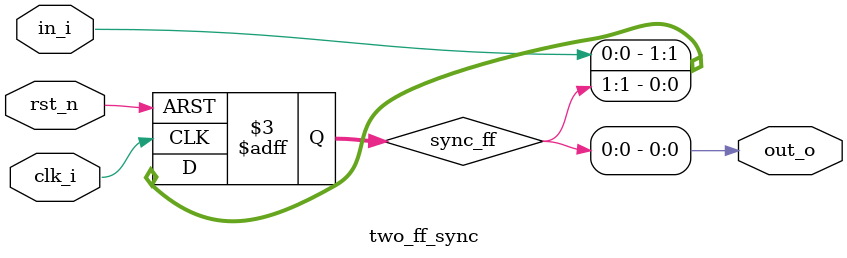
<source format=v>
`timescale 1ns / 1ps
module two_ff_sync(
    input wire clk_i,
    input wire rst_n,
    input wire in_i,
    output wire out_o);
    
    reg [1:0] sync_ff;
    
    assign out_o = sync_ff[0];
    
    always @( posedge clk_i  or negedge rst_n )
        begin
            if( !rst_n )
                sync_ff <= 2'b0;
            else
                begin
                    sync_ff[1] <= in_i;
                    sync_ff[0] <= sync_ff[1];
                end
        end

endmodule

</source>
